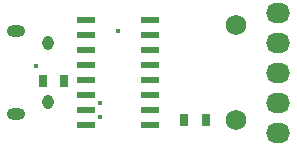
<source format=gbs>
G04 #@! TF.FileFunction,Soldermask,Bot*
%FSLAX46Y46*%
G04 Gerber Fmt 4.6, Leading zero omitted, Abs format (unit mm)*
G04 Created by KiCad (PCBNEW 4.0.2+dfsg1-stable) date su 16. lokakuuta 2016 16.05.07*
%MOMM*%
G01*
G04 APERTURE LIST*
%ADD10C,0.100000*%
%ADD11C,0.400000*%
%ADD12R,1.500000X0.600000*%
%ADD13O,2.032000X1.727200*%
%ADD14O,0.950000X1.250000*%
%ADD15O,1.550000X1.000000*%
%ADD16C,1.727200*%
%ADD17R,0.800000X1.000000*%
G04 APERTURE END LIST*
D10*
D11*
X118500000Y-83000000D03*
D12*
X122800000Y-87945000D03*
X122800000Y-86675000D03*
X122800000Y-85405000D03*
X122800000Y-84135000D03*
X122800000Y-82865000D03*
X122800000Y-81595000D03*
X122800000Y-80325000D03*
X122800000Y-79055000D03*
X128200000Y-79055000D03*
X128200000Y-80325000D03*
X128200000Y-81595000D03*
X128200000Y-82865000D03*
X128200000Y-84135000D03*
X128200000Y-85405000D03*
X128200000Y-86675000D03*
X128200000Y-87945000D03*
D11*
X125500000Y-80000000D03*
X123960000Y-87270000D03*
X123960000Y-86127000D03*
D13*
X139000000Y-78500000D03*
X139000000Y-81040000D03*
X139000000Y-83580000D03*
X139000000Y-86120000D03*
X139000000Y-88660000D03*
D14*
X119562540Y-80999100D03*
X119562540Y-85999100D03*
D15*
X116862540Y-79999100D03*
X116862540Y-86999100D03*
D16*
X135500000Y-87500000D03*
D17*
X131100000Y-87500000D03*
X132900000Y-87500000D03*
X119100000Y-84200000D03*
X120900000Y-84200000D03*
D16*
X135500000Y-79500000D03*
M02*

</source>
